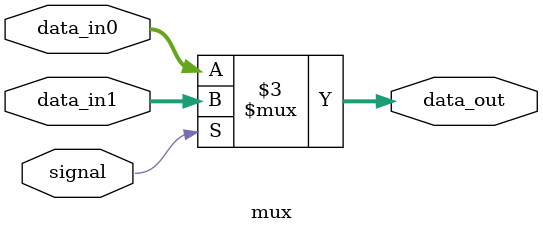
<source format=v>

module mux(
    input signal,
    input [15:0] data_in0,
    input [15:0] data_in1,
    output reg [15:0] data_out
);

always @(*) begin
    if (signal)
        data_out = data_in1;
    else
        data_out = data_in0;
end

endmodule

</source>
